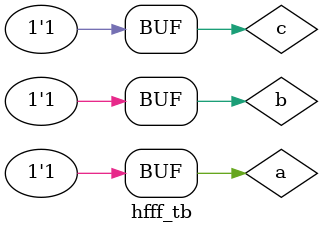
<source format=v>
module hfff_tb;
  reg a,b,c;
  wire s,Cout;
  hfff u1(a,b,c,s,Cout);
  initial begin
    $dumpfile("dump.vcd"); $dumpvars;
    $display("i/p|---o/p---");
    $display("a,b,c|s,Cout");
    $monitor("%b %b %b|%b %b", a,b,c,s,Cout);
    
    a=0;b=0;c=0; #2;
    a=0;b=0;c=1; #2;
    a=0;b=1;c=0; #2;
    a=0;b=1;c=1; #2;
    a=1;b=0;c=0; #2;
    a=1;b=0;c=1; #2;
    a=1;b=1;c=0; #2;
    a=1;b=1;c=1; #2;
  end
endmodule

</source>
